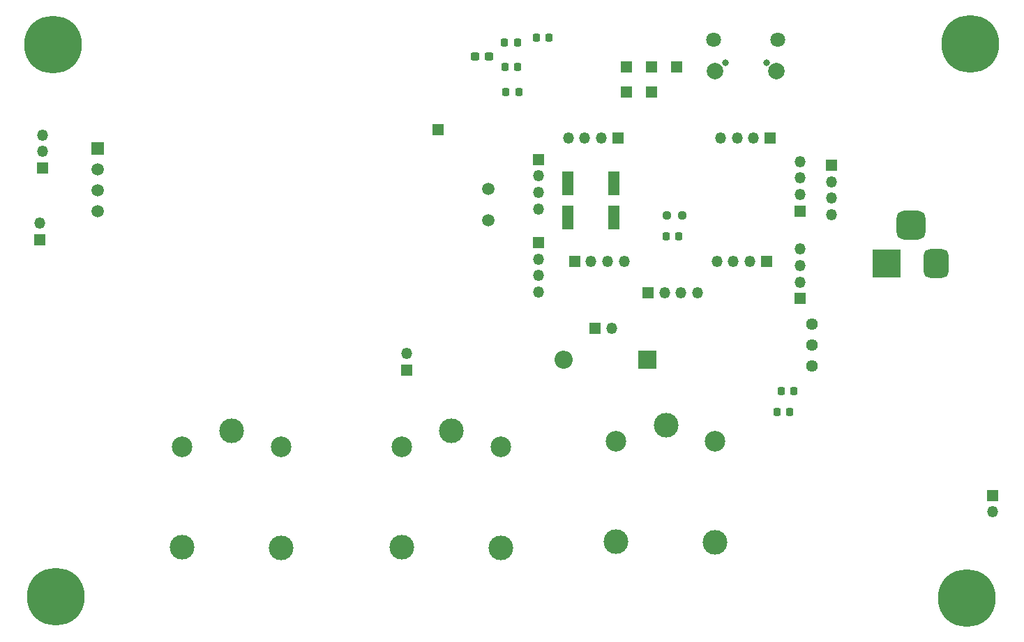
<source format=gbr>
%TF.GenerationSoftware,KiCad,Pcbnew,8.0.4*%
%TF.CreationDate,2024-09-29T16:10:45+07:00*%
%TF.ProjectId,Schematic_editted,53636865-6d61-4746-9963-5f6564697474,rev?*%
%TF.SameCoordinates,Original*%
%TF.FileFunction,Soldermask,Bot*%
%TF.FilePolarity,Negative*%
%FSLAX46Y46*%
G04 Gerber Fmt 4.6, Leading zero omitted, Abs format (unit mm)*
G04 Created by KiCad (PCBNEW 8.0.4) date 2024-09-29 16:10:45*
%MOMM*%
%LPD*%
G01*
G04 APERTURE LIST*
G04 Aperture macros list*
%AMRoundRect*
0 Rectangle with rounded corners*
0 $1 Rounding radius*
0 $2 $3 $4 $5 $6 $7 $8 $9 X,Y pos of 4 corners*
0 Add a 4 corners polygon primitive as box body*
4,1,4,$2,$3,$4,$5,$6,$7,$8,$9,$2,$3,0*
0 Add four circle primitives for the rounded corners*
1,1,$1+$1,$2,$3*
1,1,$1+$1,$4,$5*
1,1,$1+$1,$6,$7*
1,1,$1+$1,$8,$9*
0 Add four rect primitives between the rounded corners*
20,1,$1+$1,$2,$3,$4,$5,0*
20,1,$1+$1,$4,$5,$6,$7,0*
20,1,$1+$1,$6,$7,$8,$9,0*
20,1,$1+$1,$8,$9,$2,$3,0*%
G04 Aperture macros list end*
%ADD10R,1.350000X1.350000*%
%ADD11O,1.350000X1.350000*%
%ADD12R,1.500000X1.500000*%
%ADD13C,1.500000*%
%ADD14C,0.800000*%
%ADD15C,1.800000*%
%ADD16C,2.000000*%
%ADD17R,2.200000X2.200000*%
%ADD18O,2.200000X2.200000*%
%ADD19C,2.500000*%
%ADD20C,3.000000*%
%ADD21RoundRect,0.225000X-0.225000X-0.250000X0.225000X-0.250000X0.225000X0.250000X-0.225000X0.250000X0*%
%ADD22C,7.000000*%
%ADD23C,1.440000*%
%ADD24RoundRect,0.237500X0.250000X0.237500X-0.250000X0.237500X-0.250000X-0.237500X0.250000X-0.237500X0*%
%ADD25RoundRect,0.875000X0.875000X0.875000X-0.875000X0.875000X-0.875000X-0.875000X0.875000X-0.875000X0*%
%ADD26RoundRect,0.750000X0.750000X1.000000X-0.750000X1.000000X-0.750000X-1.000000X0.750000X-1.000000X0*%
%ADD27R,3.500000X3.500000*%
%ADD28RoundRect,0.225000X0.225000X0.250000X-0.225000X0.250000X-0.225000X-0.250000X0.225000X-0.250000X0*%
%ADD29RoundRect,0.237500X0.300000X0.237500X-0.300000X0.237500X-0.300000X-0.237500X0.300000X-0.237500X0*%
%ADD30R,1.430000X2.850000*%
G04 APERTURE END LIST*
D10*
%TO.C,J26*%
X158812000Y-102366000D03*
D11*
X160812000Y-102366000D03*
X162812000Y-102366000D03*
X164812000Y-102366000D03*
%TD*%
D10*
%TO.C,J24*%
X145540000Y-96318000D03*
D11*
X145540000Y-98318000D03*
X145540000Y-100318000D03*
X145540000Y-102318000D03*
%TD*%
D12*
%TO.C,U9*%
X92051900Y-84897000D03*
D13*
X92051900Y-87437000D03*
X92051900Y-89977000D03*
X92051900Y-92517000D03*
%TD*%
D14*
%TO.C,J13*%
X173191000Y-74460000D03*
X168191000Y-74460000D03*
D15*
X174566000Y-71710000D03*
D16*
X174416000Y-75510000D03*
X166966000Y-75510000D03*
D15*
X166816000Y-71710000D03*
%TD*%
D10*
%TO.C,J23*%
X145540000Y-86206000D03*
D11*
X145540000Y-88206000D03*
X145540000Y-90206000D03*
X145540000Y-92206000D03*
%TD*%
D10*
%TO.C,J21*%
X173638000Y-83570000D03*
D11*
X171638000Y-83570000D03*
X169638000Y-83570000D03*
X167638000Y-83570000D03*
%TD*%
D10*
%TO.C,J31*%
X133350000Y-82550000D03*
%TD*%
%TO.C,J12*%
X159256000Y-74934000D03*
%TD*%
D11*
%TO.C,J28*%
X177290000Y-86460000D03*
X177290000Y-88460000D03*
X177290000Y-90460000D03*
D10*
X177290000Y-92460000D03*
%TD*%
%TO.C,J39*%
X129540000Y-111760000D03*
D11*
X129540000Y-109760000D03*
%TD*%
D10*
%TO.C,J14*%
X156208000Y-77982000D03*
%TD*%
D17*
%TO.C,D18*%
X158750000Y-110490000D03*
D18*
X148590000Y-110490000D03*
%TD*%
D10*
%TO.C,J16*%
X181100000Y-86904000D03*
D11*
X181100000Y-88904000D03*
X181100000Y-90904000D03*
X181100000Y-92904000D03*
%TD*%
D10*
%TO.C,J15*%
X156208000Y-74934000D03*
%TD*%
%TO.C,J17*%
X152400000Y-106680000D03*
D11*
X154400000Y-106680000D03*
%TD*%
D19*
%TO.C,K3*%
X166940000Y-120450000D03*
D20*
X166990000Y-132700000D03*
X154940000Y-132650000D03*
D19*
X154940000Y-120450000D03*
D20*
X160990000Y-118500000D03*
%TD*%
D13*
%TO.C,Y1*%
X139444000Y-89798000D03*
X139444000Y-93598000D03*
%TD*%
D10*
%TO.C,J25*%
X149906000Y-98556000D03*
D11*
X151906000Y-98556000D03*
X153906000Y-98556000D03*
X155906000Y-98556000D03*
%TD*%
D21*
%TO.C,105\u002C1*%
X162571000Y-95508000D03*
X161021000Y-95508000D03*
%TD*%
D10*
%TO.C,J1*%
X84990700Y-95930000D03*
D11*
X84990700Y-93930000D03*
%TD*%
D10*
%TO.C,J22*%
X155144000Y-83570000D03*
D11*
X153144000Y-83570000D03*
X151144000Y-83570000D03*
X149144000Y-83570000D03*
%TD*%
D22*
%TO.C,H7*%
X86624874Y-72254474D03*
%TD*%
D10*
%TO.C,J3*%
X85295500Y-87233800D03*
D11*
X85295500Y-85233800D03*
X85295500Y-83233800D03*
%TD*%
D10*
%TO.C,J20*%
X177290000Y-103096000D03*
D11*
X177290000Y-101096000D03*
X177290000Y-99096000D03*
X177290000Y-97096000D03*
%TD*%
D22*
%TO.C,H6*%
X197546674Y-139462874D03*
%TD*%
D10*
%TO.C,J30*%
X162304000Y-74934000D03*
%TD*%
%TO.C,J11*%
X200660000Y-127000000D03*
D11*
X200660000Y-129000000D03*
%TD*%
D23*
%TO.C,RV4*%
X178723063Y-106203763D03*
X178723063Y-108743763D03*
X178723063Y-111283763D03*
%TD*%
D10*
%TO.C,J27*%
X173178000Y-98556000D03*
D11*
X171178000Y-98556000D03*
X169178000Y-98556000D03*
X167178000Y-98556000D03*
%TD*%
D22*
%TO.C,H8*%
X197978474Y-72178274D03*
%TD*%
D24*
%TO.C,R3\u002C2*%
X162962500Y-92968000D03*
X161137500Y-92968000D03*
%TD*%
D22*
%TO.C,H5*%
X86955074Y-139335874D03*
%TD*%
D25*
%TO.C,J37*%
X190758237Y-94161737D03*
D26*
X193758237Y-98861737D03*
D27*
X187758237Y-98861737D03*
%TD*%
D19*
%TO.C,K1*%
X114250000Y-121100000D03*
D20*
X114300000Y-133350000D03*
X102250000Y-133300000D03*
D19*
X102250000Y-121100000D03*
D20*
X108300000Y-119150000D03*
%TD*%
D10*
%TO.C,J29*%
X159256000Y-77982000D03*
%TD*%
D20*
%TO.C,K2*%
X134970000Y-119150000D03*
D19*
X128920000Y-121100000D03*
D20*
X128920000Y-133300000D03*
X140970000Y-133350000D03*
D19*
X140920000Y-121100000D03*
%TD*%
D21*
%TO.C,C35*%
X176035000Y-116840000D03*
X174485000Y-116840000D03*
%TD*%
D28*
%TO.C,104\u002C2*%
X143140000Y-78007400D03*
X141590000Y-78007400D03*
%TD*%
%TO.C,C9*%
X143013000Y-74934000D03*
X141463000Y-74934000D03*
%TD*%
%TO.C,C2*%
X142962200Y-72013000D03*
X141412200Y-72013000D03*
%TD*%
D21*
%TO.C,C1*%
X145273000Y-71378000D03*
X146823000Y-71378000D03*
%TD*%
D29*
%TO.C,104\u002C4*%
X139531500Y-73722250D03*
X137806500Y-73722250D03*
%TD*%
D21*
%TO.C,C34*%
X176530000Y-114300000D03*
X174980000Y-114300000D03*
%TD*%
D30*
%TO.C,Y2*%
X149054000Y-89115000D03*
X154684000Y-89115000D03*
X154684000Y-93265000D03*
X149054000Y-93265000D03*
%TD*%
M02*

</source>
